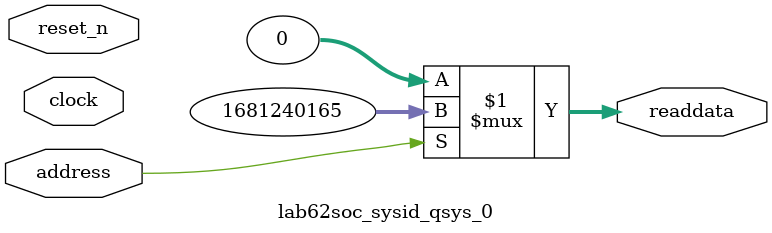
<source format=v>



// synthesis translate_off
`timescale 1ns / 1ps
// synthesis translate_on

// turn off superfluous verilog processor warnings 
// altera message_level Level1 
// altera message_off 10034 10035 10036 10037 10230 10240 10030 

module lab62soc_sysid_qsys_0 (
               // inputs:
                address,
                clock,
                reset_n,

               // outputs:
                readdata
             )
;

  output  [ 31: 0] readdata;
  input            address;
  input            clock;
  input            reset_n;

  wire    [ 31: 0] readdata;
  //control_slave, which is an e_avalon_slave
  assign readdata = address ? 1681240165 : 0;

endmodule



</source>
